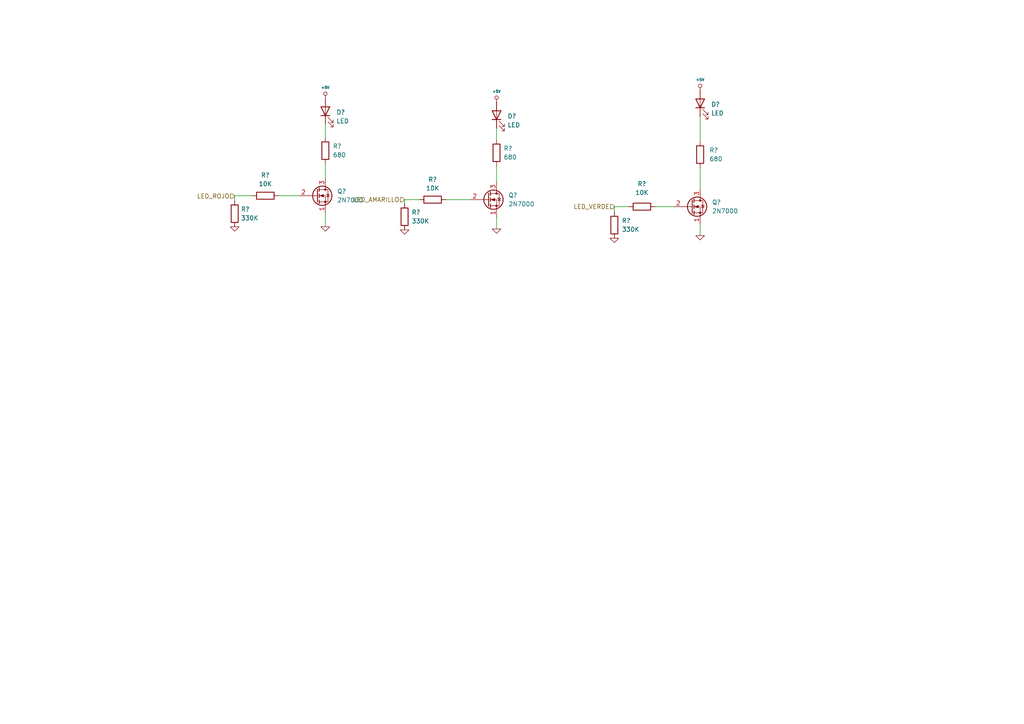
<source format=kicad_sch>
(kicad_sch (version 20211123) (generator eeschema)
  (paper "A4")
  (lib_symbols
    (symbol "Device:LED" (pin_numbers hide) (pin_names (offset 1.016) hide)
      (property "Reference" "D" (at 0 2.54 0))
      (property "Value" "LED" (at 0 -2.54 0))
      (symbol "LED_0_1"
        (polyline (pts (xy -1.27 -1.27) (xy -1.27 1.27)) (stroke (width 0.254)))
        (polyline (pts (xy -1.27 0) (xy 1.27 0)))
        (polyline (pts (xy 1.27 -1.27) (xy 1.27 1.27) (xy -1.27 0) (xy 1.27 -1.27)) (stroke (width 0.254)))
        (polyline (pts (xy -3.048 -0.762) (xy -4.572 -2.286) (xy -3.81 -2.286) (xy -4.572 -2.286) (xy -4.572 -1.524)))
        (polyline (pts (xy -1.778 -0.762) (xy -3.302 -2.286) (xy -2.54 -2.286) (xy -3.302 -2.286) (xy -3.302 -1.524)))
      )
      (symbol "LED_1_1"
        (pin passive line (at -3.81 0 0) (length 2.54) (name "K") (number "1"))
        (pin passive line (at 3.81 0 180) (length 2.54) (name "A") (number "2"))
      )
    )
    (symbol "Device:R" (pin_numbers hide) (pin_names (offset 0))
      (property "Reference" "R" (at 2.032 0 90))
      (property "Value" "R" (at 0 0 90))
      (symbol "R_0_1"
        (rectangle (start -1.016 -2.54) (end 1.016 2.54) (stroke (width 0.254)))
      )
      (symbol "R_1_1"
        (pin passive line (at 0 3.81 270) (length 1.27) (name "~") (number "1"))
        (pin passive line (at 0 -3.81 90) (length 1.27) (name "~") (number "2"))
      )
    )
    (symbol "Misc_Poncho_Grande:+5V" (power) (pin_names (offset 1.016))
      (property "Value" "+5V" (at 0 2.286 0))
      (symbol "+5V_0_0"
        (pin power_in line (at 0 0 90) (length 0) hide (name "+5V") (number "1"))
      )
      (symbol "+5V_0_1"
        (polyline (pts (xy 0 0) (xy 0 0.762) (xy 0 0.762) (xy 0 0.762)))
        (circle (center 0 1.27) (radius 0.508))
      )
    )
    (symbol "Misc_Poncho_Grande:GND" (power) (pin_names (offset 0))
      (symbol "GND_0_1"
        (polyline (pts (xy -1.27 0) (xy 0 -1.27) (xy 1.27 0) (xy -1.27 0)))
      )
      (symbol "GND_1_1"
        (pin power_in line (at 0 0 90) (length 0) hide (name "GND") (number "1"))
      )
    )
    (symbol "Transistor_FET:2N7000" (pin_names hide)
      (property "Reference" "Q" (at 5.08 1.905 0))
      (property "Value" "2N7000" (at 5.08 0 0))
      (symbol "2N7000_0_1"
        (polyline (pts (xy 0.254 0) (xy -2.54 0)))
        (polyline (pts (xy 0.254 1.905) (xy 0.254 -1.905)) (stroke (width 0.254)))
        (polyline (pts (xy 0.762 -1.27) (xy 0.762 -2.286)) (stroke (width 0.254)))
        (polyline (pts (xy 0.762 0.508) (xy 0.762 -0.508)) (stroke (width 0.254)))
        (polyline (pts (xy 0.762 2.286) (xy 0.762 1.27)) (stroke (width 0.254)))
        (polyline (pts (xy 2.54 2.54) (xy 2.54 1.778)))
        (polyline (pts (xy 2.54 -2.54) (xy 2.54 0) (xy 0.762 0)))
        (polyline (pts (xy 0.762 -1.778) (xy 3.302 -1.778) (xy 3.302 1.778) (xy 0.762 1.778)))
        (polyline (pts (xy 1.016 0) (xy 2.032 0.381) (xy 2.032 -0.381) (xy 1.016 0)) (fill (type outline)))
        (polyline (pts (xy 2.794 0.508) (xy 2.921 0.381) (xy 3.683 0.381) (xy 3.81 0.254)))
        (polyline (pts (xy 3.302 0.381) (xy 2.921 -0.254) (xy 3.683 -0.254) (xy 3.302 0.381)))
        (circle (center 1.651 0) (radius 2.794) (stroke (width 0.254)))
        (circle (center 2.54 -1.778) (radius 0.254) (fill (type outline)))
        (circle (center 2.54 1.778) (radius 0.254) (fill (type outline)))
      )
      (symbol "2N7000_1_1"
        (pin passive line (at 2.54 -5.08 90) (length 2.54) (name "S") (number "1"))
        (pin input line (at -5.08 0 0) (length 2.54) (name "G") (number "2"))
        (pin passive line (at 2.54 5.08 270) (length 2.54) (name "D") (number "3"))
      )
    )
  )
  (wire (pts (xy 129.286 57.912) (xy 136.398 57.912)))
  (wire (pts (xy 117.348 59.055) (xy 117.348 57.912)))
  (wire (pts (xy 189.992 59.944) (xy 195.453 59.944)))
  (wire (pts (xy 80.772 56.769) (xy 86.741 56.769)))
  (wire (pts (xy 144.018 37.211) (xy 144.018 40.513)))
  (wire (pts (xy 203.073 48.641) (xy 203.073 54.864)))
  (wire (pts (xy 117.348 57.912) (xy 121.666 57.912)))
  (wire (pts (xy 68.072 56.769) (xy 73.152 56.769)))
  (wire (pts (xy 178.181 59.944) (xy 178.181 61.468)))
  (wire (pts (xy 94.361 36.068) (xy 94.361 39.878)))
  (wire (pts (xy 182.372 59.944) (xy 178.181 59.944)))
  (wire (pts (xy 94.361 61.849) (xy 94.361 65.786)))
  (wire (pts (xy 144.018 48.133) (xy 144.018 52.832)))
  (wire (pts (xy 94.361 47.498) (xy 94.361 51.689)))
  (wire (pts (xy 203.073 33.782) (xy 203.073 41.021)))
  (wire (pts (xy 144.018 62.992) (xy 144.018 66.421)))
  (wire (pts (xy 203.073 65.024) (xy 203.073 68.326)))
  (wire (pts (xy 68.072 58.166) (xy 68.072 56.769)))
  (hierarchical_label "LED_AMARILLO" (shape input) (at 117.348 57.912 180))
  (hierarchical_label "LED_VERDE" (shape input) (at 178.308 59.944 180))
  (hierarchical_label "LED_ROJO" (shape input) (at 68.072 56.896 180))
  (symbol (lib_id "Misc_Poncho_Grande:+5V") (at 94.361 28.448 0) (unit 1)
    (property "Reference" "#PWR?" (effects hide))
    (property "Value" "+5V" (at 94.361 25.4 0) (effects (font (size 0.762 0.762))))
  )
  (symbol (lib_id "Transistor_FET:2N7000") (at 91.821 56.769 0) (unit 1)
    (property "Reference" "Q?" (at 97.79 55.4989 0) (effects (justify left)))
    (property "Value" "2N7000" (at 97.79 58.0389 0) (effects (justify left)))
    (property "Footprint" "Package_TO_SOT_THT:TO-92_Inline" (effects hide))
    (property "Datasheet" "https://www.vishay.com/docs/70226/70226.pdf" (effects hide))
  )
  (symbol (lib_id "Misc_Poncho_Grande:GND") (at 68.072 65.786 0) (unit 1)
    (property "Reference" "#PWR?" (effects hide))
    (property "Value" "GND" (effects hide))
  )
  (symbol (lib_id "Misc_Poncho_Grande:GND") (at 178.181 69.088 0) (unit 1)
    (property "Reference" "#PWR?" (effects hide))
    (property "Value" "GND" (effects hide))
  )
  (symbol (lib_id "Misc_Poncho_Grande:+5V") (at 203.073 26.162 0) (unit 1)
    (property "Reference" "#PWR?" (effects hide))
    (property "Value" "+5V" (at 203.073 23.114 0) (effects (font (size 0.762 0.762))))
  )
  (symbol (lib_id "Device:R") (at 178.181 65.278 180) (unit 1)
    (property "Reference" "R?" (at 180.34 64.0079 0) (effects (justify right)))
    (property "Value" "330K" (at 180.34 66.5479 0) (effects (justify right)))
  )
  (symbol (lib_id "Device:R") (at 203.073 44.831 0) (unit 1)
    (property "Reference" "R?" (at 205.74 43.5609 0) (effects (justify left)))
    (property "Value" "680" (at 205.74 46.1009 0) (effects (justify left)))
  )
  (symbol (lib_id "Device:LED") (at 203.073 29.972 90) (unit 1)
    (property "Reference" "D?" (at 206.248 30.2894 90) (effects (justify right)))
    (property "Value" "LED" (at 206.248 32.8294 90) (effects (justify right)))
  )
  (symbol (lib_id "Device:R") (at 144.018 44.323 0) (unit 1)
    (property "Reference" "R?" (at 146.05 43.0529 0) (effects (justify left)))
    (property "Value" "680" (at 146.05 45.5929 0) (effects (justify left)))
  )
  (symbol (lib_id "Misc_Poncho_Grande:GND") (at 94.361 65.786 0) (unit 1)
    (property "Reference" "#PWR?" (effects hide))
    (property "Value" "GND" (effects hide))
  )
  (symbol (lib_id "Device:LED") (at 94.361 32.258 90) (unit 1)
    (property "Reference" "D?" (at 97.536 32.5754 90) (effects (justify right)))
    (property "Value" "LED" (at 97.536 35.1154 90) (effects (justify right)))
  )
  (symbol (lib_id "Device:R") (at 76.962 56.769 90) (unit 1)
    (property "Reference" "R?" (at 76.962 50.8 90))
    (property "Value" "10K" (at 76.962 53.34 90))
  )
  (symbol (lib_id "Misc_Poncho_Grande:+5V") (at 144.018 29.591 0) (unit 1)
    (property "Reference" "#PWR?" (effects hide))
    (property "Value" "+5V" (at 144.018 26.543 0) (effects (font (size 0.762 0.762))))
  )
  (symbol (lib_id "Misc_Poncho_Grande:GND") (at 144.018 66.421 0) (unit 1)
    (property "Reference" "#PWR?" (effects hide))
    (property "Value" "GND" (effects hide))
  )
  (symbol (lib_id "Transistor_FET:2N7000") (at 200.533 59.944 0) (unit 1)
    (property "Reference" "Q?" (at 206.502 58.6739 0) (effects (justify left)))
    (property "Value" "2N7000" (at 206.502 61.2139 0) (effects (justify left)))
    (property "Footprint" "Package_TO_SOT_THT:TO-92_Inline" (effects hide))
    (property "Datasheet" "https://www.vishay.com/docs/70226/70226.pdf" (effects hide))
  )
  (symbol (lib_id "Device:R") (at 117.348 62.865 180) (unit 1)
    (property "Reference" "R?" (at 119.38 61.5949 0) (effects (justify right)))
    (property "Value" "330K" (at 119.38 64.1349 0) (effects (justify right)))
  )
  (symbol (lib_id "Device:R") (at 125.476 57.912 90) (unit 1)
    (property "Reference" "R?" (at 125.476 52.07 90))
    (property "Value" "10K" (at 125.476 54.61 90))
  )
  (symbol (lib_id "Transistor_FET:2N7000") (at 141.478 57.912 0) (unit 1)
    (property "Reference" "Q?" (at 147.447 56.6419 0) (effects (justify left)))
    (property "Value" "2N7000" (at 147.447 59.1819 0) (effects (justify left)))
    (property "Footprint" "Package_TO_SOT_THT:TO-92_Inline" (effects hide))
    (property "Datasheet" "https://www.vishay.com/docs/70226/70226.pdf" (effects hide))
  )
  (symbol (lib_id "Device:R") (at 94.361 43.688 0) (unit 1)
    (property "Reference" "R?" (at 96.52 42.4179 0) (effects (justify left)))
    (property "Value" "680" (at 96.52 44.9579 0) (effects (justify left)))
  )
  (symbol (lib_id "Device:R") (at 186.182 59.944 90) (unit 1)
    (property "Reference" "R?" (at 186.182 53.34 90))
    (property "Value" "10K" (at 186.182 55.88 90))
  )
  (symbol (lib_id "Device:R") (at 68.072 61.976 180) (unit 1)
    (property "Reference" "R?" (at 69.85 60.7059 0) (effects (justify right)))
    (property "Value" "330K" (at 69.85 63.2459 0) (effects (justify right)))
  )
  (symbol (lib_id "Misc_Poncho_Grande:GND") (at 203.073 68.326 0) (unit 1)
    (property "Reference" "#PWR?" (effects hide))
    (property "Value" "GND" (effects hide))
  )
  (symbol (lib_id "Misc_Poncho_Grande:GND") (at 117.348 66.675 0) (unit 1)
    (property "Reference" "#PWR?" (effects hide))
    (property "Value" "GND" (effects hide))
  )
  (symbol (lib_id "Device:LED") (at 144.018 33.401 90) (unit 1)
    (property "Reference" "D?" (at 147.193 33.7184 90) (effects (justify right)))
    (property "Value" "LED" (at 147.193 36.2584 90) (effects (justify right)))
  )
)
</source>
